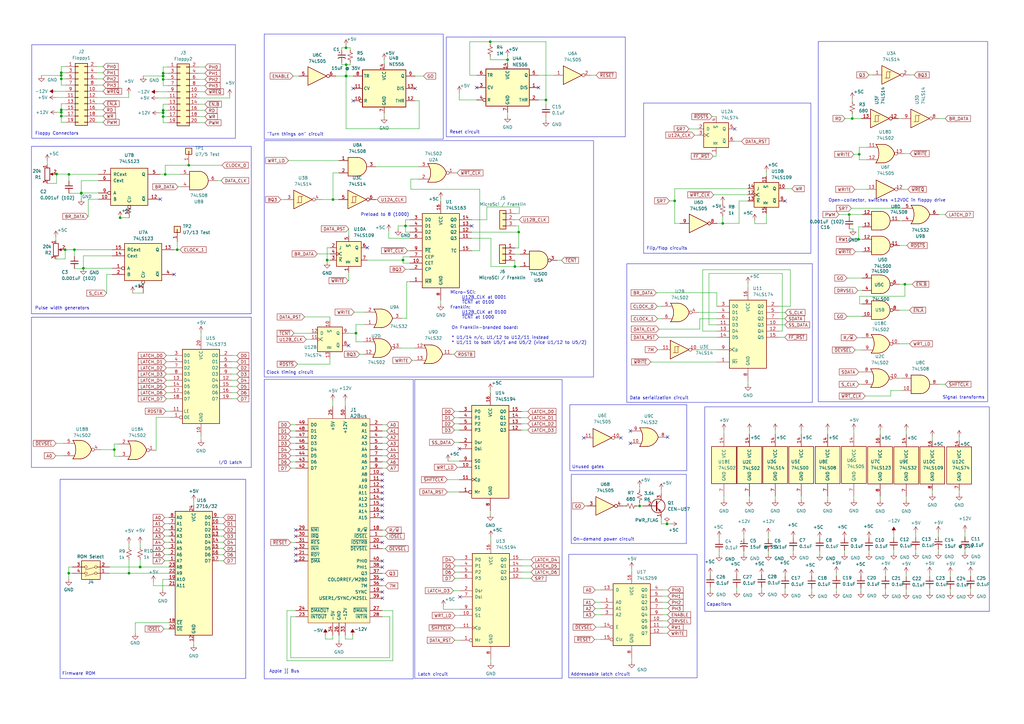
<source format=kicad_sch>
(kicad_sch (version 20230121) (generator eeschema)

  (uuid 56eaaa0c-e1fe-4237-9a20-09a5d3261c04)

  (paper "A3")

  (title_block
    (title "Micro-SCI Floppy Drive Controller")
    (date "2023-07-17")
    (rev "v0.2")
    (company "RyuCats")
  )

  

  (junction (at 352.3996 63.2968) (diameter 0) (color 0 0 0 0)
    (uuid 0eb7f77a-1691-46a5-beb9-708ba98faadf)
  )
  (junction (at 141.9606 31.1912) (diameter 0) (color 0 0 0 0)
    (uuid 13592c1d-8d3a-4a77-9349-f40d5d958c1c)
  )
  (junction (at 49.276 89.3064) (diameter 0) (color 0 0 0 0)
    (uuid 14d45346-d329-43a1-b9b8-64a35b0c2786)
  )
  (junction (at 25.1206 47.5996) (diameter 0) (color 0 0 0 0)
    (uuid 15f43f1c-accb-4895-805a-096f40d54a7a)
  )
  (junction (at 57.4802 232.5624) (diameter 0) (color 0 0 0 0)
    (uuid 227877cb-8d6b-42dd-9f7a-f23170c0b15d)
  )
  (junction (at 66.9036 46.2788) (diameter 0) (color 0 0 0 0)
    (uuid 227ba67b-bd2a-403b-9cca-ece13dfc9a29)
  )
  (junction (at 349.5548 48.6156) (diameter 0) (color 0 0 0 0)
    (uuid 22d6e3b8-95bd-43ec-9b4a-155fdcc0cc26)
  )
  (junction (at 262.3312 207.518) (diameter 0) (color 0 0 0 0)
    (uuid 23e17ec8-9479-4c85-9262-9a7a693e4f16)
  )
  (junction (at 66.9036 32.5628) (diameter 0) (color 0 0 0 0)
    (uuid 2668cc68-5cd8-4256-8d5f-46a4b9c3d00f)
  )
  (junction (at 23.1902 71.3994) (diameter 0) (color 0 0 0 0)
    (uuid 29ede8ec-7163-4f64-b12a-891361f6d83e)
  )
  (junction (at 141.9352 31.1912) (diameter 0) (color 0 0 0 0)
    (uuid 2ad1150c-6a6d-4f48-80de-136a5933bf00)
  )
  (junction (at 66.9036 45.2628) (diameter 0) (color 0 0 0 0)
    (uuid 3676ef53-63ee-4f61-b495-9fda43b885aa)
  )
  (junction (at 52.9082 235.1024) (diameter 0) (color 0 0 0 0)
    (uuid 4047e49c-241f-4070-8ebb-d2175194a5a3)
  )
  (junction (at 25.1206 45.0596) (diameter 0) (color 0 0 0 0)
    (uuid 40a6aa2a-e077-4ccc-98cc-345cab0b77dd)
  )
  (junction (at 25.1206 32.3596) (diameter 0) (color 0 0 0 0)
    (uuid 427efada-0d99-44ee-b65a-61a94a1ba131)
  )
  (junction (at 25.1206 46.0756) (diameter 0) (color 0 0 0 0)
    (uuid 44148518-9c6e-4761-89b6-5d970091b980)
  )
  (junction (at 66.9036 47.8028) (diameter 0) (color 0 0 0 0)
    (uuid 48719128-be50-41b3-839a-ab256d4cf8cc)
  )
  (junction (at 67.7672 71.5264) (diameter 0) (color 0 0 0 0)
    (uuid 5003d7e0-03d4-4a97-9867-30b08d65563e)
  )
  (junction (at 25.1206 29.8196) (diameter 0) (color 0 0 0 0)
    (uuid 5064e6d7-e5c5-4f08-9333-555f72eee4ee)
  )
  (junction (at 208.1784 24.4856) (diameter 0) (color 0 0 0 0)
    (uuid 52c27fbd-9fc4-4e48-90e6-38e3a0d82b5d)
  )
  (junction (at 77.4192 67.7672) (diameter 0) (color 0 0 0 0)
    (uuid 531f59de-cffa-4898-944c-2df625fa4f9d)
  )
  (junction (at 371.1448 116.586) (diameter 0) (color 0 0 0 0)
    (uuid 5481632d-fd31-48d1-9241-3db81d2839df)
  )
  (junction (at 166.3192 92.6592) (diameter 0) (color 0 0 0 0)
    (uuid 62ec17b1-65c1-4c8e-8373-71d96a4abc8f)
  )
  (junction (at 201.0664 17.1196) (diameter 0) (color 0 0 0 0)
    (uuid 68ac5519-04af-4e05-a4cf-db1e10ee5e75)
  )
  (junction (at 25.1206 30.9626) (diameter 0) (color 0 0 0 0)
    (uuid 6a049e7b-9826-405a-8ee8-2a6dd344f06c)
  )
  (junction (at 212.7504 95.1992) (diameter 0) (color 0 0 0 0)
    (uuid 76f27323-c1b6-4a00-a4f9-70e5b2fc6f64)
  )
  (junction (at 296.418 91.6432) (diameter 0) (color 0 0 0 0)
    (uuid 79353c67-35db-4fb8-abb6-9245fc42cbe6)
  )
  (junction (at 72.6948 102.4128) (diameter 0) (color 0 0 0 0)
    (uuid 7ce3703f-729a-4203-950c-652f669b6459)
  )
  (junction (at 26.7208 102.4128) (diameter 0) (color 0 0 0 0)
    (uuid 8333f7e2-3100-475c-84ac-bd4fd90e46a2)
  )
  (junction (at 141.9098 19.6088) (diameter 0) (color 0 0 0 0)
    (uuid 85293332-46cf-469f-9f14-444ea1474be8)
  )
  (junction (at 145.9992 136.652) (diameter 0) (color 0 0 0 0)
    (uuid 8a6f51da-dbd5-4499-9d4d-062cfa0c7452)
  )
  (junction (at 165.3032 106.68) (diameter 0) (color 0 0 0 0)
    (uuid 977745df-e2a3-4c8b-8cd8-4034ea36c9c3)
  )
  (junction (at 66.9036 30.0228) (diameter 0) (color 0 0 0 0)
    (uuid 9b875f30-8f9b-4b5b-b27e-88f17676d28e)
  )
  (junction (at 33.3502 79.1464) (diameter 0) (color 0 0 0 0)
    (uuid 9f9bb35f-05c9-4917-bf0a-74edb9b5decb)
  )
  (junction (at 352.1456 98.1456) (diameter 0) (color 0 0 0 0)
    (uuid ad2be07c-8a30-4aa7-a902-e507f61e2d74)
  )
  (junction (at 28.2702 71.5264) (diameter 0) (color 0 0 0 0)
    (uuid ad8a0025-e6c4-4a4a-96d1-a3bb46b52a4d)
  )
  (junction (at 134.1628 106.68) (diameter 0) (color 0 0 0 0)
    (uuid ae179397-46b0-4a33-ac43-4aafafbfe5b9)
  )
  (junction (at 273.558 214.884) (diameter 0) (color 0 0 0 0)
    (uuid b0f8be71-f714-4244-b97f-54dbc83dae95)
  )
  (junction (at 28.194 235.1024) (diameter 0) (color 0 0 0 0)
    (uuid b1859a5c-1e6b-49d8-81c4-6f093d35efed)
  )
  (junction (at 276.7076 82.3976) (diameter 0) (color 0 0 0 0)
    (uuid b4a3bb6a-530b-4020-a7aa-af7ad092ce73)
  )
  (junction (at 34.2138 110.0328) (diameter 0) (color 0 0 0 0)
    (uuid b56295da-b4a2-4945-9c4d-f118b61e7a62)
  )
  (junction (at 141.9606 26.5176) (diameter 0) (color 0 0 0 0)
    (uuid b69758b6-d427-4d1f-9770-f7c02da649a6)
  )
  (junction (at 46.8884 184.404) (diameter 0) (color 0 0 0 0)
    (uuid c4f9e4e2-930d-4690-8724-998bb53a0423)
  )
  (junction (at 348.2848 87.9856) (diameter 0) (color 0 0 0 0)
    (uuid c6e410d8-fbfc-44b4-bcd8-be6e4755ff5a)
  )
  (junction (at 211.1756 109.3216) (diameter 0) (color 0 0 0 0)
    (uuid e4552e4c-cca1-4eb3-a435-a3bdac03e800)
  )
  (junction (at 136.5758 81.8388) (diameter 0) (color 0 0 0 0)
    (uuid ed67b67e-a426-4e33-b6fc-58e6ea6d54f9)
  )
  (junction (at 30.5308 102.4128) (diameter 0) (color 0 0 0 0)
    (uuid f08fc34c-75fd-4391-ab9e-36ec8f420cd0)
  )
  (junction (at 33.3502 79.2734) (diameter 0) (color 0 0 0 0)
    (uuid f2487e48-6677-414e-8fde-0accde918ba7)
  )
  (junction (at 223.9264 40.9956) (diameter 0) (color 0 0 0 0)
    (uuid f58bedbe-f86d-4c34-b2d0-1df5e8ec9b59)
  )
  (junction (at 66.9036 31.1658) (diameter 0) (color 0 0 0 0)
    (uuid fd8434a6-ac94-4e1e-834a-b713ca90d0b1)
  )

  (no_connect (at 121.2596 219.9386) (uuid 00079c83-a711-4f95-8171-4707c1ffe4f2))
  (no_connect (at 188.4172 184.023) (uuid 0023254e-99a6-4e38-9aea-036adb434f94))
  (no_connect (at 254.6604 179.578) (uuid 09946f3d-95c5-4e83-bdee-666ac37263df))
  (no_connect (at 220.8784 35.9156) (uuid 0b4616bb-b68c-4768-b13c-bb3ab37b1241))
  (no_connect (at 156.8196 242.7986) (uuid 11d10470-6e67-4a4b-a7d4-b72ef4a9d1ca))
  (no_connect (at 142.9512 141.732) (uuid 2152bf48-a03d-4428-a1b1-5d9930c6322c))
  (no_connect (at 321.9704 82.4484) (uuid 2357aadf-b5b6-4a47-84a0-ec9270bf8db0))
  (no_connect (at 156.8196 202.1586) (uuid 2dd1b146-5821-42d2-b7b7-652f3d37495f))
  (no_connect (at 156.8196 232.6386) (uuid 3885ffd3-fd3b-4dba-b4f6-fb833d8d535c))
  (no_connect (at 121.2596 227.5586) (uuid 3bb3b145-9e54-4d85-a684-3f371eba77c4))
  (no_connect (at 121.2596 230.0986) (uuid 40c3baa7-d5b0-4c7e-89ad-714f7d1d467f))
  (no_connect (at 71.4248 112.5728) (uuid 46481c9d-3219-495e-99d8-4db677316f31))
  (no_connect (at 144.8562 41.3512) (uuid 4e90335f-0b5c-44b6-954e-50c9221d83fb))
  (no_connect (at 258.5466 181.8386) (uuid 55a97291-90c8-48d1-b85b-42536268fe43))
  (no_connect (at 156.8196 197.0786) (uuid 5a352595-70d1-4dc3-83fe-9cc43b2ea3b8))
  (no_connect (at 121.2596 217.3986) (uuid 5c47f2df-94cd-4506-8fb8-5fba0f3f15d4))
  (no_connect (at 301.3456 52.8828) (uuid 67e50e74-ce51-41c4-8715-55e602ab574f))
  (no_connect (at 156.8196 222.4786) (uuid 730a19e5-44b6-4b85-b39d-3319b8b30c0e))
  (no_connect (at 156.8196 209.7786) (uuid 745f3071-b71a-4126-8cfe-b28100f2c83d))
  (no_connect (at 150.6728 101.6) (uuid 7f69b8a6-fd8d-4ebf-9fac-fb9372e95fdf))
  (no_connect (at 156.8196 237.7186) (uuid 83fd2193-17e5-4a27-adca-61ac1df8125e))
  (no_connect (at 273.7866 179.2986) (uuid 878414e4-e89b-4b62-b96a-3a45817a5ccd))
  (no_connect (at 170.2562 36.2712) (uuid 8f8dedf8-ce30-4ef7-94e6-bf4dd6dfbe7d))
  (no_connect (at 156.8196 245.3386) (uuid 956a391a-da2c-4d12-905e-127887b4e204))
  (no_connect (at 121.2596 225.0186) (uuid af4080e4-3e4a-42fa-a388-9422b5495276))
  (no_connect (at 258.5466 176.7586) (uuid b084c7d8-103e-4844-afc5-634992033d4b))
  (no_connect (at 195.4784 35.9156) (uuid bb9f08b1-817c-4157-86a8-001ebeb5682d))
  (no_connect (at 156.8196 194.5386) (uuid bd9d7e14-21b3-4dcd-9f41-a79fe09ce87e))
  (no_connect (at 193.4972 92.6592) (uuid c0166046-6244-47a5-9534-d1f90d7e129b))
  (no_connect (at 156.8196 199.6186) (uuid c06ada5e-2a3b-4df5-9a4d-1d7db4b05dca))
  (no_connect (at 156.8196 207.2386) (uuid cfd67672-d5af-4a82-ac5e-032c54d5ca3f))
  (no_connect (at 239.4204 179.578) (uuid d9ee195d-667c-46b5-8c90-2d715e6afbee))
  (no_connect (at 156.8196 212.3186) (uuid dad0e8de-846b-4927-a07b-a135ef708439))
  (no_connect (at 156.8196 230.0986) (uuid e84d737c-cffc-4102-ae0c-16e7870ea92c))
  (no_connect (at 144.8562 36.2712) (uuid e85963b0-aca1-4e88-8dcc-ea6a2b30aa16))
  (no_connect (at 188.6204 244.8052) (uuid f56a3247-35bc-4734-a52e-0c4d8a7dd57a))
  (no_connect (at 156.8196 204.6986) (uuid f83a257c-1ff9-4bb7-ae91-0221c4808d11))
  (no_connect (at 65.7352 81.6864) (uuid fbba59ff-199c-431d-9558-e8c866b5ce8c))

  (wire (pts (xy 199.6948 84.8868) (xy 199.6948 90.1192))
    (stroke (width 0) (type default))
    (uuid 00574d2a-adbb-461e-bfab-c3030d96eb4f)
  )
  (wire (pts (xy 44.9072 232.5624) (xy 57.4802 232.5624))
    (stroke (width 0) (type default))
    (uuid 0069cff1-7758-4892-937b-381c82fabe50)
  )
  (wire (pts (xy 214.0204 229.5652) (xy 217.8304 229.5652))
    (stroke (width 0) (type default))
    (uuid 007e0ebe-d85a-4638-af77-d1a23acf3dd8)
  )
  (wire (pts (xy 193.4972 102.8192) (xy 196.7484 102.8192))
    (stroke (width 0) (type default))
    (uuid 00886f5c-4976-4610-9ff6-c8245aa5e3db)
  )
  (wire (pts (xy 270.1544 138.3284) (xy 294.0812 138.3284))
    (stroke (width 0) (type default))
    (uuid 00f4b3b9-78f1-4610-b5e0-84f3d25adcc5)
  )
  (wire (pts (xy 25.1206 32.3596) (xy 25.1206 34.8996))
    (stroke (width 0) (type default))
    (uuid 00f7c9a1-a7ec-475d-ae41-a3a9244fac3f)
  )
  (wire (pts (xy 188.3664 196.723) (xy 188.3664 196.6976))
    (stroke (width 0) (type default))
    (uuid 0109a42f-4b31-4ebe-876a-96b722593589)
  )
  (wire (pts (xy 171.9072 52.7812) (xy 171.9072 41.3512))
    (stroke (width 0) (type default))
    (uuid 01e83326-4e98-4d5f-82ec-8f0b7bea881a)
  )
  (wire (pts (xy 343.0524 241.2492) (xy 343.0524 242.7224))
    (stroke (width 0) (type default))
    (uuid 01f3822c-4244-4116-8ef1-0e8cbe65c471)
  )
  (wire (pts (xy 271.78 259.7404) (xy 273.7612 259.7404))
    (stroke (width 0) (type default))
    (uuid 039917d2-99a2-4522-8665-986db18d8e31)
  )
  (wire (pts (xy 328.6252 176.403) (xy 328.6252 178.054))
    (stroke (width 0) (type default))
    (uuid 040dbea4-9977-4a31-9393-13ea60b16445)
  )
  (wire (pts (xy 89.6112 219.8624) (xy 91.6432 219.8624))
    (stroke (width 0) (type default))
    (uuid 04752ae3-bfc2-458d-bdc8-afea6c7649ee)
  )
  (wire (pts (xy 314.3504 91.694) (xy 309.5244 91.694))
    (stroke (width 0) (type default))
    (uuid 04a6efa1-aa9e-4645-bd05-c8e4cdf162a6)
  )
  (wire (pts (xy 165.3032 105.3592) (xy 165.3032 106.68))
    (stroke (width 0) (type default))
    (uuid 04c4f103-cb52-4f78-8869-ddd422c5923e)
  )
  (wire (pts (xy 306.7812 156.1084) (xy 306.7812 157.6324))
    (stroke (width 0) (type default))
    (uuid 05420eaf-24bd-4d1e-99bf-3be6ddd68c66)
  )
  (wire (pts (xy 292.0746 47.8028) (xy 293.7256 47.8028))
    (stroke (width 0) (type default))
    (uuid 05c4193c-faca-4502-a4be-7633bebf234d)
  )
  (wire (pts (xy 271.78 254.6604) (xy 273.812 254.6604))
    (stroke (width 0) (type default))
    (uuid 05fc5cc0-bb44-4350-a781-560e0e3b4c4c)
  )
  (wire (pts (xy 117.7036 250.4186) (xy 117.7036 270.9926))
    (stroke (width 0) (type default))
    (uuid 06181ce3-b06b-4529-8cce-dd2810672270)
  )
  (wire (pts (xy 349.5548 46.6852) (xy 349.5548 48.6156))
    (stroke (width 0) (type default))
    (uuid 06218eff-932a-4ad7-ab6b-b89dec2588f6)
  )
  (wire (pts (xy 69.2912 224.9424) (xy 67.5132 224.9424))
    (stroke (width 0) (type default))
    (uuid 064b29a8-f9a3-4267-b587-373d5046518a)
  )
  (wire (pts (xy 214.376 176.3776) (xy 216.4842 176.3776))
    (stroke (width 0) (type default))
    (uuid 0656086a-1f5b-495e-8615-b7c40f0badad)
  )
  (wire (pts (xy 65.7352 71.5264) (xy 67.7672 71.5264))
    (stroke (width 0) (type default))
    (uuid 0658e204-d1d7-4688-850d-e45c9a506c98)
  )
  (wire (pts (xy 170.2562 31.1912) (xy 173.7106 31.1912))
    (stroke (width 0) (type default))
    (uuid 067721b1-e889-468c-8cef-c43830664980)
  )
  (wire (pts (xy 188.2648 168.7576) (xy 186.3852 168.7576))
    (stroke (width 0) (type default))
    (uuid 0754172d-7b54-485f-b2c6-89de78d13fc8)
  )
  (wire (pts (xy 22.9616 39.9796) (xy 27.0256 39.9796))
    (stroke (width 0) (type default))
    (uuid 07851094-48db-4000-b57f-0f0e1e1f126f)
  )
  (wire (pts (xy 363.1692 235.1024) (xy 363.1692 236.3216))
    (stroke (width 0) (type default))
    (uuid 07ce118a-36c3-4925-b88e-d82dc01ee467)
  )
  (wire (pts (xy 180.7972 81.4832) (xy 180.7972 82.4992))
    (stroke (width 0) (type default))
    (uuid 09aa1bf2-8a17-4f34-8d88-8b81ad5c5abb)
  )
  (wire (pts (xy 39.7256 45.0596) (xy 42.2656 45.0596))
    (stroke (width 0) (type default))
    (uuid 09c87717-7ef4-45f4-b64d-0750365e4a24)
  )
  (wire (pts (xy 68.2244 148.336) (xy 69.7484 148.336))
    (stroke (width 0) (type default))
    (uuid 0a0b1b1c-92a4-478c-aa5b-ee031bba2f03)
  )
  (wire (pts (xy 52.9082 235.1024) (xy 69.2912 235.1024))
    (stroke (width 0) (type default))
    (uuid 0b2ece80-3483-4240-b6c8-87d84edcd6a8)
  )
  (wire (pts (xy 68.2244 150.876) (xy 69.7484 150.876))
    (stroke (width 0) (type default))
    (uuid 0b68a056-85b6-48d1-a2cc-038c8a65659f)
  )
  (wire (pts (xy 66.7512 241.9096) (xy 66.7512 237.6424))
    (stroke (width 0) (type default))
    (uuid 0c0c9414-8569-47d0-9bbd-a5c6f7990176)
  )
  (wire (pts (xy 124.9172 129.9972) (xy 135.3312 129.9972))
    (stroke (width 0) (type default))
    (uuid 0c245cbd-de2b-42e4-ad95-41f85b657bc9)
  )
  (wire (pts (xy 352.3996 65.532) (xy 355.4476 65.532))
    (stroke (width 0) (type default))
    (uuid 0c490525-8dc8-42cf-8f5d-14c1f973c5bc)
  )
  (wire (pts (xy 27.0256 27.2796) (xy 25.1206 27.2796))
    (stroke (width 0) (type default))
    (uuid 0d15b18c-8f36-417c-8627-6d7fc247b2d0)
  )
  (wire (pts (xy 269.6972 130.7084) (xy 271.2212 130.7084))
    (stroke (width 0) (type default))
    (uuid 0d5c8966-853d-4aee-89ff-753b20ea3fd6)
  )
  (wire (pts (xy 25.1206 45.0596) (xy 27.0256 45.0596))
    (stroke (width 0) (type default))
    (uuid 0d838062-46de-45e9-bfdd-65e77dd8aee8)
  )
  (wire (pts (xy 67.9704 168.656) (xy 69.7484 168.656))
    (stroke (width 0) (type default))
    (uuid 0e12576a-5d20-430c-b87b-bc4facb73712)
  )
  (wire (pts (xy 350.2152 63.2968) (xy 352.3996 63.2968))
    (stroke (width 0) (type default))
    (uuid 0e4c835e-1a72-4fc8-beef-fd110906edea)
  )
  (wire (pts (xy 214.0204 232.1052) (xy 217.8304 232.1052))
    (stroke (width 0) (type default))
    (uuid 0f094e4b-acc5-4d61-81bb-2d09930a28bd)
  )
  (wire (pts (xy 262.3312 199.644) (xy 262.3312 201.041))
    (stroke (width 0) (type default))
    (uuid 10252dee-e0c1-46aa-b100-90f76de019ec)
  )
  (wire (pts (xy 159.8676 269.7226) (xy 159.8676 252.9586))
    (stroke (width 0) (type default))
    (uuid 103875b5-8d01-45bb-9766-b4bffd2a91ed)
  )
  (wire (pts (xy 171.6024 73.4568) (xy 168.5036 73.4568))
    (stroke (width 0) (type default))
    (uuid 1238dca2-75ce-456c-9355-6d2139e5e0aa)
  )
  (wire (pts (xy 269.5702 125.6284) (xy 271.2212 125.6284))
    (stroke (width 0) (type default))
    (uuid 124b9756-7dbf-43a0-80e7-a46f9a2b36c9)
  )
  (wire (pts (xy 214.376 176.403) (xy 214.376 176.3776))
    (stroke (width 0) (type default))
    (uuid 125e7f04-30f0-4f88-af7b-caf18148782b)
  )
  (wire (pts (xy 319.4812 125.6284) (xy 324.1802 125.6284))
    (stroke (width 0) (type default))
    (uuid 1356113a-513f-4af7-ba9a-3e0eb779f180)
  )
  (wire (pts (xy 244.348 257.2004) (xy 246.38 257.2004))
    (stroke (width 0) (type default))
    (uuid 13a98e74-3895-4860-ace8-42264bd188ca)
  )
  (wire (pts (xy 58.7756 31.1658) (xy 66.9036 31.1658))
    (stroke (width 0) (type default))
    (uuid 141295d1-b5fc-4f78-b6c6-4a5775b63835)
  )
  (wire (pts (xy 188.1124 176.403) (xy 188.1124 176.3776))
    (stroke (width 0) (type default))
    (uuid 14237b2d-35e0-4923-9a7b-d65817700424)
  )
  (wire (pts (xy 188.3664 196.6976) (xy 183.4642 196.6976))
    (stroke (width 0) (type default))
    (uuid 1568cca2-d9ad-41d0-b548-de2df5e16612)
  )
  (wire (pts (xy 368.8588 116.586) (xy 371.1448 116.586))
    (stroke (width 0) (type default))
    (uuid 15776cd5-5e30-4bf6-9cc4-824c5705194c)
  )
  (wire (pts (xy 72.6948 102.4128) (xy 73.8378 102.4128))
    (stroke (width 0) (type default))
    (uuid 161eeac9-3140-408f-bf18-bad1c281881f)
  )
  (wire (pts (xy 157.5562 46.4312) (xy 157.5562 47.9552))
    (stroke (width 0) (type default))
    (uuid 16728753-ca6c-4fe7-8178-d0982b6b4f17)
  )
  (wire (pts (xy 360.9848 203.5556) (xy 360.9848 205.0796))
    (stroke (width 0) (type default))
    (uuid 16755ab3-9878-498d-b781-70eb0a8321ce)
  )
  (wire (pts (xy 136.5758 70.9168) (xy 136.5758 81.8388))
    (stroke (width 0) (type default))
    (uuid 1675ca04-4c5f-4b67-bb62-04a02e0c8b69)
  )
  (wire (pts (xy 156.8196 179.2986) (xy 158.5976 179.2986))
    (stroke (width 0) (type default))
    (uuid 169e61eb-96e8-4c61-89f0-5030d1e7f392)
  )
  (wire (pts (xy 201.3712 109.3216) (xy 201.3712 97.7392))
    (stroke (width 0) (type default))
    (uuid 17d991fb-7651-4a3d-90b7-989e67fb6932)
  )
  (wire (pts (xy 315.1378 219.1766) (xy 315.1378 220.9546))
    (stroke (width 0) (type default))
    (uuid 1901c3db-6846-4baf-a944-eb37755bbafa)
  )
  (wire (pts (xy 25.1206 27.2796) (xy 25.1206 29.8196))
    (stroke (width 0) (type default))
    (uuid 19abd9cd-9670-4f1f-864f-883c3b0782ab)
  )
  (wire (pts (xy 286.4612 128.1684) (xy 294.0812 128.1684))
    (stroke (width 0) (type default))
    (uuid 1a8f27f6-8e7c-4479-9c29-473839a5673e)
  )
  (wire (pts (xy 140.1826 19.6088) (xy 141.9098 19.6088))
    (stroke (width 0) (type default))
    (uuid 1a9949f8-d6e1-44c2-8abb-f0e22252bdef)
  )
  (wire (pts (xy 193.4972 97.7392) (xy 201.3712 97.7392))
    (stroke (width 0) (type default))
    (uuid 1aa04cfe-8dfe-4531-80f7-9c39f6757763)
  )
  (wire (pts (xy 121.2596 186.9186) (xy 119.2276 186.9186))
    (stroke (width 0) (type default))
    (uuid 1af49ea9-2385-422c-915b-da380d233ae8)
  )
  (wire (pts (xy 344.1192 87.9856) (xy 348.2848 87.9856))
    (stroke (width 0) (type default))
    (uuid 1bdb14cd-6438-42dc-b5eb-9f1b82ac6ee8)
  )
  (wire (pts (xy 211.1756 104.2416) (xy 213.3092 104.2416))
    (stroke (width 0) (type default))
    (uuid 1bf36dd4-f692-415d-b903-22a2d1f06abb)
  )
  (wire (pts (xy 353.1108 241.2746) (xy 353.1108 242.57))
    (stroke (width 0) (type default))
    (uuid 1db73742-0af7-468d-8275-4f48b9889d17)
  )
  (wire (pts (xy 271.78 247.0404) (xy 273.939 247.0404))
    (stroke (width 0) (type default))
    (uuid 1df8e6c8-70be-4d44-9611-4958c61c9713)
  )
  (wire (pts (xy 69.2912 230.0224) (xy 67.5132 230.0224))
    (stroke (width 0) (type default))
    (uuid 1e42d8a7-e536-4d54-af0a-127f1462310f)
  )
  (wire (pts (xy 82.4484 178.816) (xy 82.4484 180.34))
    (stroke (width 0) (type default))
    (uuid 20d9c6c4-736f-4ad1-a5ed-f7de55b7f1d5)
  )
  (wire (pts (xy 208.1784 22.9616) (xy 208.1784 24.4856))
    (stroke (width 0) (type default))
    (uuid 213f6e22-e8c8-4492-a379-2322f30f3125)
  )
  (wire (pts (xy 90.678 74.0664) (xy 89.2048 74.0664))
    (stroke (width 0) (type default))
    (uuid 22081a94-28e3-4eac-a972-1e55a9b4b799)
  )
  (wire (pts (xy 302.2092 241.173) (xy 302.2092 242.3668))
    (stroke (width 0) (type default))
    (uuid 2208e5e4-3b49-4ffb-943b-72a998dbdc13)
  )
  (wire (pts (xy 332.9178 241.6302) (xy 332.9178 242.824))
    (stroke (width 0) (type default))
    (uuid 221ec62f-e07d-4cf7-8f6c-ee89f303129b)
  )
  (wire (pts (xy 186.5884 257.5052) (xy 188.6204 257.5052))
    (stroke (width 0) (type default))
    (uuid 22f92fd4-22c2-49c2-b68f-c98d01d59bb6)
  )
  (wire (pts (xy 133.4516 260.5786) (xy 133.4516 262.1026))
    (stroke (width 0) (type default))
    (uuid 234e4088-7b74-4b83-ac7a-d26a332b7728)
  )
  (wire (pts (xy 68.8086 42.7228) (xy 66.9036 42.7228))
    (stroke (width 0) (type default))
    (uuid 23a385f6-c567-4c32-b440-5de537d5d224)
  )
  (wire (pts (xy 25.1206 45.0596) (xy 25.1206 46.0756))
    (stroke (width 0) (type default))
    (uuid 24b5e0b4-6844-4584-9cc5-77dfd19e9a39)
  )
  (wire (pts (xy 165.3032 105.3592) (xy 168.0972 105.3592))
    (stroke (width 0) (type default))
    (uuid 252e28f1-2826-4f6b-b5a9-8bf0780e68d6)
  )
  (wire (pts (xy 266.9032 148.4376) (xy 267.0556 148.4376))
    (stroke (width 0) (type default))
    (uuid 260647dc-5c22-4300-8f41-c2a808039a1b)
  )
  (wire (pts (xy 244.094 252.1204) (xy 246.38 252.1204))
    (stroke (width 0) (type default))
    (uuid 26970cac-8593-4f8a-9df6-0c3172c51261)
  )
  (wire (pts (xy 188.1632 173.8376) (xy 186.3852 173.8376))
    (stroke (width 0) (type default))
    (uuid 26ddf6b2-550e-415c-8c7d-c6d7c0d5e523)
  )
  (wire (pts (xy 393.3952 179.0954) (xy 393.3952 180.7464))
    (stroke (width 0) (type default))
    (uuid 26e2c626-2054-4bf2-bc0f-17f2cb652a87)
  )
  (wire (pts (xy 350.8248 103.2256) (xy 353.6696 103.2256))
    (stroke (width 0) (type default))
    (uuid 27099863-8b7e-4f4e-9483-231766d037e6)
  )
  (wire (pts (xy 324.1802 110.6424) (xy 288.2392 110.6424))
    (stroke (width 0) (type default))
    (uuid 27b956ed-c09f-4b92-adbb-7df9d3bcc521)
  )
  (wire (pts (xy 188.214 171.2976) (xy 186.3852 171.2976))
    (stroke (width 0) (type default))
    (uuid 28d12758-ff2d-4dc4-9737-1eb7e05cd3dd)
  )
  (wire (pts (xy 142.9512 136.652) (xy 145.9992 136.652))
    (stroke (width 0) (type default))
    (uuid 291d89ff-3591-491a-bea1-d06156d7740c)
  )
  (wire (pts (xy 349.5548 48.6156) (xy 346.6084 48.6156))
    (stroke (width 0) (type default))
    (uuid 29968094-cb34-409f-889a-ef790877f393)
  )
  (wire (pts (xy 135.4328 101.6) (xy 134.1628 101.6))
    (stroke (width 0) (type default))
    (uuid 2acb5921-7af8-4f3f-ad29-3f90022b3486)
  )
  (wire (pts (xy 121.2596 222.4786) (xy 119.2276 222.4786))
    (stroke (width 0) (type default))
    (uuid 2b000f12-7837-4dbb-9b1f-5fedbdeacacc)
  )
  (wire (pts (xy 141.5796 262.1026) (xy 144.6276 262.1026))
    (stroke (width 0) (type default))
    (uuid 2b3e8503-775e-4be7-b759-0f65b7dd6fb9)
  )
  (wire (pts (xy 181.864 249.8852) (xy 188.6204 249.8852))
    (stroke (width 0) (type default))
    (uuid 2b771cda-6ef1-4228-a7b9-606d6089e450)
  )
  (wire (pts (xy 69.2912 214.7824) (xy 67.5132 214.7824))
    (stroke (width 0) (type default))
    (uuid 2b922a83-3308-4215-9822-51cefc25e060)
  )
  (wire (pts (xy 192.6844 30.8356) (xy 192.6844 17.1196))
    (stroke (width 0) (type default))
    (uuid 2bbb70e5-c86d-4125-b3fd-383eda8a636a)
  )
  (wire (pts (xy 145.9992 136.652) (xy 145.9992 140.208))
    (stroke (width 0) (type default))
    (uuid 2bd0af92-7508-40d7-8137-150efcf06ce9)
  )
  (wire (pts (xy 141.9352 31.1912) (xy 141.9352 52.7812))
    (stroke (width 0) (type default))
    (uuid 2c505973-1eb3-4942-becd-c975203b9252)
  )
  (wire (pts (xy 259.08 269.9004) (xy 259.08 271.4244))
    (stroke (width 0) (type default))
    (uuid 2ced7b97-65c3-40c2-855f-899ba28847a9)
  )
  (wire (pts (xy 25.1206 42.5196) (xy 25.1206 45.0596))
    (stroke (width 0) (type default))
    (uuid 2d971387-7e10-4b07-81d6-84dc00b9d4eb)
  )
  (wire (pts (xy 312.3438 240.7666) (xy 312.3438 240.6142))
    (stroke (width 0) (type default))
    (uuid 2eedb8ed-394a-4abd-b8c0-640c2b1adc79)
  )
  (wire (pts (xy 356.362 30.734) (xy 357.886 30.734))
    (stroke (width 0) (type default))
    (uuid 2f68bce5-d72c-4897-b6ff-95016d192940)
  )
  (wire (pts (xy 121.2596 184.3786) (xy 119.2276 184.3786))
    (stroke (width 0) (type default))
    (uuid 319b669a-6a92-4893-9b98-c408df234816)
  )
  (wire (pts (xy 79.4512 263.0424) (xy 79.4512 264.4394))
    (stroke (width 0) (type default))
    (uuid 33099e0a-fa78-4987-9d6f-e97f8bb30e04)
  )
  (wire (pts (xy 213.8172 176.403) (xy 214.376 176.403))
    (stroke (width 0) (type default))
    (uuid 330eb766-294c-41b5-8dbc-b9623757c888)
  )
  (wire (pts (xy 81.5086 35.1028) (xy 84.0486 35.1028))
    (stroke (width 0) (type default))
    (uuid 3321ca68-360f-43c2-96b3-e6b31e08b312)
  )
  (wire (pts (xy 39.7256 37.4396) (xy 42.2656 37.4396))
    (stroke (width 0) (type default))
    (uuid 33859ce5-cded-4922-abe0-c4afb5f18990)
  )
  (wire (pts (xy 145.9992 133.096) (xy 145.9992 136.652))
    (stroke (width 0) (type default))
    (uuid 33ca31fa-84e2-422e-88f1-847a5a145573)
  )
  (wire (pts (xy 244.094 249.5804) (xy 246.38 249.5804))
    (stroke (width 0) (type default))
    (uuid 33fcac58-8184-4d20-a1c4-284cdd66749e)
  )
  (wire (pts (xy 25.1206 29.8196) (xy 27.0256 29.8196))
    (stroke (width 0) (type default))
    (uuid 3417a8d8-27e7-4017-8c55-1a7645d76a1d)
  )
  (wire (pts (xy 64.7446 40.1828) (xy 68.8086 40.1828))
    (stroke (width 0) (type default))
    (uuid 348e1eab-d2c1-4b17-9096-fe568a6ea495)
  )
  (wire (pts (xy 271.78 244.5004) (xy 273.939 244.5004))
    (stroke (width 0) (type default))
    (uuid 34d43017-421d-4833-8ffd-032b2cb1a4d5)
  )
  (wire (pts (xy 33.3502 74.0664) (xy 33.3502 79.1464))
    (stroke (width 0) (type default))
    (uuid 3579f635-6354-42f8-a75c-3f1c4ddbabe0)
  )
  (wire (pts (xy 28.194 235.1024) (xy 29.6672 235.1024))
    (stroke (width 0) (type default))
    (uuid 35b32b23-24e6-4df4-9409-7e5e986bd414)
  )
  (wire (pts (xy 267.0556 148.4884) (xy 294.0812 148.4884))
    (stroke (width 0) (type default))
    (uuid 366e3e3b-16b9-4813-8093-b0a030f46916)
  )
  (wire (pts (xy 46.8884 187.198) (xy 48.6664 187.198))
    (stroke (width 0) (type default))
    (uuid 36dabc5e-7da5-44d2-9a3b-0b41b99f0479)
  )
  (wire (pts (xy 95.1484 161.036) (xy 97.1804 161.036))
    (stroke (width 0) (type default))
    (uuid 37a63329-bc53-4bc9-a3a4-1ec82f83cda1)
  )
  (wire (pts (xy 95.1484 148.336) (xy 97.1804 148.336))
    (stroke (width 0) (type default))
    (uuid 37f4e18f-a43e-4eb6-81b1-ce9b6990c4bc)
  )
  (wire (pts (xy 166.9288 115.5192) (xy 168.0972 115.5192))
    (stroke (width 0) (type default))
    (uuid 38817953-56b1-4e6d-9248-8bf813deacf0)
  )
  (wire (pts (xy 133.4516 262.1026) (xy 136.4996 262.1026))
    (stroke (width 0) (type default))
    (uuid 38891a5f-796b-4863-8641-e71ba85257a8)
  )
  (wire (pts (xy 356.4128 225.7552) (xy 356.4128 227.0506))
    (stroke (width 0) (type default))
    (uuid 38b47637-5050-47ac-af4f-98392006f2e2)
  )
  (wire (pts (xy 352.552 121.5136) (xy 352.552 124.6632))
    (stroke (width 0) (type default))
    (uuid 38bbb2ba-655f-4fc6-b64c-71279fa91587)
  )
  (wire (pts (xy 156.8196 189.4586) (xy 158.5976 189.4586))
    (stroke (width 0) (type default))
    (uuid 39057a9e-8840-42e9-83e6-4aff46397e01)
  )
  (wire (pts (xy 188.4172 168.783) (xy 188.2648 168.783))
    (stroke (width 0) (type default))
    (uuid 3967a7f7-9cae-4a03-ab22-fbf79e569eef)
  )
  (wire (pts (xy 139.0396 260.5786) (xy 139.0396 262.8646))
    (stroke (width 0) (type default))
    (uuid 39c95b3c-9153-493a-bf90-c97480710e15)
  )
  (wire (pts (xy 276.7076 77.3684) (xy 306.7304 77.3684))
    (stroke (width 0) (type default))
    (uuid 39cb24c1-da17-45ac-a22a-b2797c1ec8d6)
  )
  (wire (pts (xy 188.3664 196.723) (xy 188.4172 196.723))
    (stroke (width 0) (type default))
    (uuid 39e6851e-e98b-4b38-ac47-417d5a1b0d16)
  )
  (wire (pts (xy 41.3004 184.404) (xy 46.8884 184.404))
    (stroke (width 0) (type default))
    (uuid 3a9f8d25-150e-4f10-bfd9-b6eb1252dc52)
  )
  (wire (pts (xy 212.9536 84.8868) (xy 199.6948 84.8868))
    (stroke (width 0) (type default))
    (uuid 3b07724e-288b-47d2-842d-3bb7c521462f)
  )
  (wire (pts (xy 347.3704 129.7432) (xy 353.6188 129.7432))
    (stroke (width 0) (type default))
    (uuid 3b0854d9-c882-4656-b38a-d91434bdd4de)
  )
  (wire (pts (xy 156.8196 184.3786) (xy 158.5976 184.3786))
    (stroke (width 0) (type default))
    (uuid 3b1f80e4-9899-4eba-b63e-89ca6dbb1c37)
  )
  (wire (pts (xy 325.2978 225.8314) (xy 325.2978 227.0506))
    (stroke (width 0) (type default))
    (uuid 3b5fe685-44aa-435c-856c-b0131936263f)
  )
  (wire (pts (xy 156.8196 240.2586) (xy 158.0896 240.2586))
    (stroke (width 0) (type default))
    (uuid 3b8dae4d-f4bc-4417-a381-a0888263da7b)
  )
  (wire (pts (xy 81.5086 45.2628) (xy 84.0486 45.2628))
    (stroke (width 0) (type default))
    (uuid 3c53083b-e778-489a-8a5a-3aef58728150)
  )
  (wire (pts (xy 271.78 257.2004) (xy 273.812 257.2004))
    (stroke (width 0) (type default))
    (uuid 3d31a697-51de-4e0a-a36c-b8e16bc1a8d7)
  )
  (wire (pts (xy 55.5244 255.4224) (xy 55.5244 255.4732))
    (stroke (width 0) (type default))
    (uuid 3d3fab1e-b37f-4852-bd25-3f861271cbb9)
  )
  (wire (pts (xy 259.08 233.1974) (xy 259.08 234.3404))
    (stroke (width 0) (type default))
    (uuid 3d43c4df-5732-4c74-b1d1-0e5d80941e7a)
  )
  (wire (pts (xy 141.9352 52.7812) (xy 171.9072 52.7812))
    (stroke (width 0) (type default))
    (uuid 3dda110d-7a2a-4c29-aebd-62a4e68366d0)
  )
  (wire (pts (xy 214.0204 234.6452) (xy 217.8304 234.6452))
    (stroke (width 0) (type default))
    (uuid 3f5f71cf-4671-493f-adfd-29d112b44546)
  )
  (wire (pts (xy 296.418 88.646) (xy 296.418 91.6432))
    (stroke (width 0) (type default))
    (uuid 4099f960-bb91-49e1-bf30-9ce4f3907b58)
  )
  (wire (pts (xy 220.8784 40.9956) (xy 223.9264 40.9956))
    (stroke (width 0) (type default))
    (uuid 41a9a39b-2cbb-44f0-80fa-514630e8dc44)
  )
  (wire (pts (xy 188.6204 237.1852) (xy 186.5884 237.1852))
    (stroke (width 0) (type default))
    (uuid 42272146-16b6-4961-b697-8d8f07fcfca2)
  )
  (wire (pts (xy 69.2912 219.8624) (xy 67.5132 219.8624))
    (stroke (width 0) (type default))
    (uuid 423ac83c-2820-4103-b475-46dbb6c3c019)
  )
  (wire (pts (xy 188.3156 201.7776) (xy 183.4642 201.7776))
    (stroke (width 0) (type default))
    (uuid 4260c575-11f9-4ef1-ad5f-cbee43830f9b)
  )
  (wire (pts (xy 154.178 68.3768) (xy 171.6024 68.3768))
    (stroke (width 0) (type default))
    (uuid 433226a3-aef3-4bef-9e83-7e8e6566a820)
  )
  (wire (pts (xy 95.1484 150.876) (xy 97.1804 150.876))
    (stroke (width 0) (type default))
    (uuid 4386ef56-a88d-4d19-8f54-59ec26d88a07)
  )
  (wire (pts (xy 303.1236 82.4484) (xy 306.7304 82.4484))
    (stroke (width 0) (type default))
    (uuid 44999f12-341c-4217-a46e-dfd61699ebac)
  )
  (wire (pts (xy 69.2912 222.4024) (xy 67.5132 222.4024))
    (stroke (width 0) (type default))
    (uuid 4566a2a0-6592-4246-b2d5-7715d2ce6563)
  )
  (wire (pts (xy 273.558 214.884) (xy 271.2212 214.884))
    (stroke (width 0) (type default))
    (uuid 45a47d51-b855-4423-bb51-458cfe753fb6)
  )
  (wire (pts (xy 154.1272 81.8388) (xy 154.686 81.8388))
    (stroke (width 0) (type default))
    (uuid 45fefb57-e01b-4797-b7a4-e56e0b2a70bb)
  )
  (wire (pts (xy 52.9082 222.9104) (xy 52.9082 224.4344))
    (stroke (width 0) (type default))
    (uuid 46ab67f8-f711-4e63-a219-1709c00c7dcd)
  )
  (wire (pts (xy 22.9108 97.282) (xy 22.9108 98.6028))
    (stroke (width 0) (type default))
    (uuid 47e81150-f847-4373-94c8-74272ed0d6b8)
  )
  (wire (pts (xy 213.8172 173.863) (xy 214.3252 173.863))
    (stroke (width 0) (type default))
    (uuid 48d9f184-31bd-403f-812a-b8925b43f59d)
  )
  (wire (pts (xy 208.1784 24.4856) (xy 208.1784 25.7556))
    (stroke (width 0) (type default))
    (uuid 48f198fa-4e7c-4caa-a879-e9922c229418)
  )
  (wire (pts (xy 156.8196 219.9386) (xy 158.0896 219.9386))
    (stroke (width 0) (type default))
    (uuid 4907fd95-2adc-4178-91f0-5e7ab6a8d462)
  )
  (wire (pts (xy 89.6112 222.4024) (xy 91.6432 222.4024))
    (stroke (width 0) (type default))
    (uuid 4981531b-a445-425a-985c-35b8db68489f)
  )
  (wire (pts (xy 141.9352 31.1912) (xy 141.9606 31.1912))
    (stroke (width 0) (type default))
    (uuid 49a241a9-90c2-4b7a-bedd-d204d312788e)
  )
  (wire (pts (xy 166.8272 115.57) (xy 166.9288 115.57))
    (stroke (width 0) (type default))
    (uuid 49cc91fd-dd84-4fc1-9692-8fb5e34396a5)
  )
  (wire (pts (xy 43.7388 120.2436) (xy 43.7896 120.2436))
    (stroke (width 0) (type default))
    (uuid 49f73d90-a4b4-4984-9ada-872de592c31d)
  )
  (wire (pts (xy 166.3192 95.1992) (xy 168.0972 95.1992))
    (stroke (width 0) (type default))
    (uuid 49fdc7cd-5779-4afe-82e8-1924159c0fb2)
  )
  (wire (pts (xy 306.7812 116.2304) (xy 306.7812 118.0084))
    (stroke (width 0) (type default))
    (uuid 4a0e8f76-ca6e-4721-992e-d4d4f847c5fd)
  )
  (wire (pts (xy 239.8776 207.518) (xy 240.5888 207.518))
    (stroke (width 0) (type default))
    (uuid 4a2acf95-6f7d-4425-a23c-0cb7cb65edd5)
  )
  (wire (pts (xy 140.1826 26.5176) (xy 141.9606 26.5176))
    (stroke (width 0) (type default))
    (uuid 4a6bcec2-0cdb-4f58-930e-63f866cb2527)
  )
  (wire (pts (xy 135.3312 129.9972) (xy 135.3312 131.572))
    (stroke (width 0) (type default))
    (uuid 4a8387e4-c19b-44cc-9feb-8ae263107b2f)
  )
  (wire (pts (xy 27.0256 42.5196) (xy 25.1206 42.5196))
    (stroke (width 0) (type default))
    (uuid 4af229f5-987e-4c55-9490-6faecb3c88dd)
  )
  (wire (pts (xy 294.0812 133.2484) (xy 290.7792 133.2484))
    (stroke (width 0) (type default))
    (uuid 4b3e831f-a122-4475-bcb9-8db61283b7fb)
  )
  (wire (pts (xy 375.5898 225.3996) (xy 375.5898 226.6696))
    (stroke (width 0) (type default))
    (uuid 4b422eec-f9ee-4120-8d22-d5d00ab5f408)
  )
  (wire (pts (xy 276.7076 91.6432) (xy 276.7076 82.3976))
    (stroke (width 0) (type default))
    (uuid 4c87f223-dc35-4b7b-9e2f-17fe38a876c1)
  )
  (wire (pts (xy 23.2156 71.4248) (xy 23.1648 71.4248))
    (stroke (width 0) (type default))
    (uuid 4c8f8603-2af7-4091-911b-bc7110ad9154)
  )
  (wire (pts (xy 188.3156 201.803) (xy 188.3156 201.7776))
    (stroke (width 0) (type default))
    (uuid 4ca7ba50-1b86-4d8e-ae73-33f61bbbc22b)
  )
  (wire (pts (xy 67.7672 67.7672) (xy 67.7672 71.5264))
    (stroke (width 0) (type default))
    (uuid 4ceffd38-2de5-46a5-a0f7-e842ec3cae1d)
  )
  (wire (pts (xy 156.8196 217.3986) (xy 158.0896 217.3986))
    (stroke (width 0) (type default))
    (uuid 4dc6859c-4634-4b4e-8fad-c1355a95536a)
  )
  (wire (pts (xy 317.9572 176.403) (xy 317.9572 178.054))
    (stroke (width 0) (type default))
    (uuid 4dce062f-fe9c-45ba-bf07-19e677fc1793)
  )
  (wire (pts (xy 385.1148 157.6324) (xy 387.6548 157.6324))
    (stroke (width 0) (type default))
    (uuid 4dde7aee-c1c9-4f18-8bfc-1b6958c65307)
  )
  (wire (pts (xy 81.5086 40.1828) (xy 94.234 40.1828))
    (stroke (width 0) (type default))
    (uuid 4dffd22e-b19b-47f3-854b-ff138b1e6189)
  )
  (wire (pts (xy 63.9064 184.658) (xy 64.0334 184.658))
    (stroke (width 0) (type default))
    (uuid 4fc3c75b-2b15-47d6-9f44-3c0048d976f1)
  )
  (wire (pts (xy 68.2244 161.036) (xy 69.7484 161.036))
    (stroke (width 0) (type default))
    (uuid 4fc5ae12-b524-423e-a64b-06c7f1a248a6)
  )
  (wire (pts (xy 269.6972 143.4084) (xy 271.0942 143.4084))
    (stroke (width 0) (type default))
    (uuid 503cfeda-3806-406b-97d7-dfb204b10ed8)
  )
  (wire (pts (xy 166.2176 110.4392) (xy 168.0972 110.4392))
    (stroke (width 0) (type default))
    (uuid 503d515e-d298-49b3-9128-617c3ddc37ee)
  )
  (wire (pts (xy 28.194 237.5408) (xy 28.194 235.1024))
    (stroke (width 0) (type default))
    (uuid 51074ef0-0c5d-4d62-b757-e05b5bb9b7dd)
  )
  (wire (pts (xy 28.194 235.1024) (xy 28.194 232.5624))
    (stroke (width 0) (type default))
    (uuid 5150a3ea-ce3f-456e-b571-39cc2c602898)
  )
  (wire (pts (xy 214.2236 168.783) (xy 214.2236 168.7576))
    (stroke (width 0) (type default))
    (uuid 5151ee5e-a27f-4647-8844-e7d15f1ade8d)
  )
  (wire (pts (xy 66.9036 32.5628) (xy 68.8086 32.5628))
    (stroke (width 0) (type default))
    (uuid 51d485f7-bfd6-4fd6-8acc-f0dfff888b18)
  )
  (wire (pts (xy 166.7764 130.556) (xy 164.7952 130.556))
    (stroke (width 0) (type default))
    (uuid 51f46faa-d72c-4e35-bc56-5e81ffa15070)
  )
  (wire (pts (xy 69.2912 255.4224) (xy 55.5244 255.4224))
    (stroke (width 0) (type default))
    (uuid 523202d4-2946-4bb5-908b-af87af37ffd7)
  )
  (wire (pts (xy 91.0844 67.7672) (xy 77.4192 67.7672))
    (stroke (width 0) (type default))
    (uuid 52a60d08-2dbf-4619-8a92-9b2345afb6d0)
  )
  (wire (pts (xy 156.8196 191.9986) (xy 158.5976 191.9986))
    (stroke (width 0) (type default))
    (uuid 5416c4df-ea7a-4661-b447-aa109c05d071)
  )
  (wire (pts (xy 65.1256 46.2788) (xy 66.9036 46.2788))
    (stroke (width 0) (type default))
    (uuid 5491647b-0b85-416f-93e0-6c1f9368cd13)
  )
  (wire (pts (xy 23.1648 71.3994) (xy 23.1902 71.3994))
    (stroke (width 0) (type default))
    (uuid 5491fb1e-350e-4e2f-9d5c-f47ad0356699)
  )
  (wire (pts (xy 26.7208 102.4128) (xy 30.5308 102.4128))
    (stroke (width 0) (type default))
    (uuid 55118ca5-8baa-4b75-96a8-00122cf2edf0)
  )
  (wire (pts (xy 34.2138 110.1598) (xy 34.2138 110.0328))
    (stroke (width 0) (type default))
    (uuid 556b4a53-b62f-4252-96c9-9ca89fdc3d20)
  )
  (wire (pts (xy 349.1992 85.4456) (xy 369.8748 85.4456))
    (stroke (width 0) (type default))
    (uuid 55d3f1c2-e517-4981-b285-9922f65640fa)
  )
  (wire (pts (xy 89.6112 227.4824) (xy 91.6432 227.4824))
    (stroke (width 0) (type default))
    (uuid 5648e0ad-7908-45e0-aea0-ff9d8423af02)
  )
  (wire (pts (xy 28.2702 71.3994) (xy 28.2702 71.5264))
    (stroke (width 0) (type default))
    (uuid 5658af5f-d1cd-4663-a1fe-ed5c88f13f38)
  )
  (wire (pts (xy 375.5898 218.5416) (xy 375.5898 220.3196))
    (stroke (width 0) (type default))
    (uuid 56948bf0-737c-45db-941e-683353cd28b0)
  )
  (wire (pts (xy 143.637 26.5176) (xy 143.637 25.6032))
    (stroke (width 0) (type default))
    (uuid 56bb9998-61ef-4e71-a674-95362aced7e1)
  )
  (wire (pts (xy 188.6204 229.5652) (xy 186.5884 229.5652))
    (stroke (width 0) (type default))
    (uuid 56f30c88-ac25-4f56-aaeb-5771d64dd65b)
  )
  (wire (pts (xy 296.418 83.2612) (xy 296.418 83.566))
    (stroke (width 0) (type default))
    (uuid 5766c08c-fa98-4ffa-bbe8-9414ae131a19)
  )
  (wire (pts (xy 350.6216 77.6732) (xy 355.5492 77.6732))
    (stroke (width 0) (type default))
    (uuid 57ac7607-ea2f-40e2-b641-ca4514d3457f)
  )
  (wire (pts (xy 62.9412 238.6584) (xy 62.9412 240.1824))
    (stroke (width 0) (type default))
    (uuid 57b03b87-e2af-4532-b248-556742f50a61)
  )
  (wire (pts (xy 201.3204 270.2052) (xy 201.3204 271.7292))
    (stroke (width 0) (type default))
    (uuid 58caff2d-1d3d-491d-b34e-72cc4f061328)
  )
  (wire (pts (xy 77.4192 67.1068) (xy 77.4192 67.7672))
    (stroke (width 0) (type default))
    (uuid 58e16511-32bc-462d-b687-6385153f3928)
  )
  (wire (pts (xy 223.9264 48.006) (xy 223.9264 49.276))
    (stroke (width 0) (type default))
    (uuid 59bfd61c-8225-4dd8-ad12-5afe7437b3ff)
  )
  (wire (pts (xy 135.3312 149.352) (xy 135.3312 146.812))
    (stroke (width 0) (type default))
    (uuid 5a227e02-fa3c-40d9-a14d-aaff9005e21f)
  )
  (wire (pts (xy 339.4456 203.454) (xy 339.4456 204.978))
    (stroke (width 0) (type default))
    (uuid 5a57304e-934c-4656-9795-a2a8b4a6cf7d)
  )
  (wire (pts (xy 166.3192 92.6592) (xy 166.3192 95.1992))
    (stroke (width 0) (type default))
    (uuid 5a8d9d77-6aca-49ad-b8b1-3977554b3938)
  )
  (wire (pts (xy 223.9264 40.9956) (xy 223.9264 42.926))
    (stroke (width 0) (type default))
    (uuid 5a93a4ea-562e-44c5-b905-3cca52468a57)
  )
  (wire (pts (xy 165.3032 107.8992) (xy 168.0972 107.8992))
    (stroke (width 0) (type default))
    (uuid 5a9c97a0-d3d2-47d7-898f-6943d1784de3)
  )
  (wire (pts (xy 352.1456 98.1456) (xy 353.6696 98.1456))
    (stroke (width 0) (type default))
    (uuid 5ba471de-1093-4326-92c0-2723a5375b7c)
  )
  (wire (pts (xy 69.2912 232.5624) (xy 57.4802 232.5624))
    (stroke (width 0) (type default))
    (uuid 5bb4bce1-7781-49b0-a2e5-2ff3fda530cc)
  )
  (wire (pts (xy 23.1902 71.3994) (xy 28.2702 71.3994))
    (stroke (width 0) (type default))
    (uuid 5bc08166-176c-4bc0-a744-129bef0b5a09)
  )
  (wire (pts (xy 117.7036 270.9926) (xy 161.1376 270.9926))
    (stroke (width 0) (type default))
    (uuid 5d20f513-96f3-45e6-8e6f-df8ab9df89d5)
  )
  (wire (pts (xy 25.1206 34.8996) (xy 27.0256 34.8996))
    (stroke (width 0) (type default))
    (uuid 5d27cbd1-0833-4211-8852-53f61dfeee2f)
  )
  (wire (pts (xy 271.2212 214.884) (xy 271.2212 212.598))
    (stroke (width 0) (type default))
    (uuid 5e0fc28b-2322-45f8-ac8b-3f81af2ed0b1)
  )
  (wire (pts (xy 211.1756 109.3216) (xy 201.3712 109.3216))
    (stroke (width 0) (type default))
    (uuid 5e87eaba-075b-4738-8ff1-ee1157d6e755)
  )
  (wire (pts (xy 389.7884 235.2548) (xy 389.7884 236.474))
    (stroke (width 0) (type default))
    (uuid 5ed99e93-fc3a-40e2-ab16-360bfc103de8)
  )
  (wire (pts (xy 365.3028 160.1724) (xy 369.8748 160.1724))
    (stroke (width 0) (type default))
    (uuid 5f0383a7-215e-4f03-85c0-68d3049b999d)
  )
  (wire (pts (xy 346.3544 225.7044) (xy 346.3544 225.552))
    (stroke (width 0) (type default))
    (uuid 5f0f161d-83dc-42ac-b427-ad2e77af7ede)
  )
  (wire (pts (xy 30.5308 110.1598) (xy 34.2138 110.1598))
    (stroke (width 0) (type default))
    (uuid 5fb15627-80e5-473b-beed-b3c3677fed7c)
  )
  (wire (pts (xy 150.6728 106.68) (xy 165.3032 106.68))
    (stroke (width 0) (type default))
    (uuid 6027640f-37e0-42d7-bf20-38ff168b7741)
  )
  (wire (pts (xy 188.4172 173.863) (xy 188.1632 173.863))
    (stroke (width 0) (type default))
    (uuid 605720ed-af1b-4dfc-a387-9deda0016788)
  )
  (wire (pts (xy 136.4996 164.3126) (xy 136.4996 166.5986))
    (stroke (width 0) (type default))
    (uuid 605c18e9-0ab9-4d66-88fd-46675570926a)
  )
  (wire (pts (xy 79.4512 205.5114) (xy 79.4512 207.1624))
    (stroke (width 0) (type default))
    (uuid 60871891-2df0-49f7-be1f-edc791cc21ca)
  )
  (wire (pts (xy 322.0212 235.9914) (xy 322.0212 236.2454))
    (stroke (width 0) (type default))
    (uuid 620a2071-f96f-44f6-b799-8bab4738139d)
  )
  (wire (pts (xy 89.6112 212.2424) (xy 91.6432 212.2424))
    (stroke (width 0) (type default))
    (uuid 624fcb26-8478-4879-b948-381a3add81e3)
  )
  (wire (pts (xy 319.4812 128.1684) (xy 322.0212 128.1684))
    (stroke (width 0) (type default))
    (uuid 62dda6bf-06ac-4807-aa1f-d13c2009baa1)
  )
  (wire (pts (xy 288.2392 110.6424) (xy 288.2392 135.7884))
    (stroke (width 0) (type default))
    (uuid 63057f4f-4e69-4e43-9e92-bd81ee732720)
  )
  (wire (pts (xy 33.3502 79.1464) (xy 40.3352 79.1464))
    (stroke (width 0) (type default))
    (uuid 6321416b-30b3-4b93-80cc-2411b8f9b33f)
  )
  (wire (pts (xy 188.0616 181.483) (xy 188.0616 181.4576))
    (stroke (width 0) (type default))
    (uuid 6323875b-d635-4373-85e7-d8dcb2a61c35)
  )
  (wire (pts (xy 201.0664 24.4856) (xy 208.1784 24.4856))
    (stroke (width 0) (type default))
    (uuid 633ec72a-454b-4d3b-af89-ad2036b4d8a4)
  )
  (wire (pts (xy 291.3126 235.5342) (xy 291.3126 235.7882))
    (stroke (width 0) (type default))
    (uuid 636833da-256c-4ccc-9043-65f93fe2d994)
  )
  (wire (pts (xy 332.8924 241.6302) (xy 332.9178 241.6302))
    (stroke (width 0) (type default))
    (uuid 638a4a5f-51d9-4802-adcb-4fbf5c55cf5c)
  )
  (wire (pts (xy 352.3996 60.452) (xy 355.4476 60.452))
    (stroke (width 0) (type default))
    (uuid 63959264-16ee-4962-ad4c-eafca22a7c90)
  )
  (wire (pts (xy 187.5536 191.643) (xy 188.4172 191.643))
    (stroke (width 0) (type default))
    (uuid 63e18da4-8347-42b2-bd70-13cde09d2d3a)
  )
  (wire (pts (xy 228.5492 106.7816) (xy 230.3272 106.7816))
    (stroke (width 0) (type default))
    (uuid 64a58eeb-d4ee-410c-8ff3-2a88fbb9cb05)
  )
  (wire (pts (xy 134.1628 101.6) (xy 134.1628 106.68))
    (stroke (width 0) (type default))
    (uuid 64af0dbc-1b39-4f10-a8f3-e307cff166e4)
  )
  (wire (pts (xy 188.6204 232.1052) (xy 186.5884 232.1052))
    (stroke (width 0) (type default))
    (uuid 6546e8b9-070e-4734-af73-74371519eb4f)
  )
  (wire (pts (xy 201.0664 17.1196) (xy 201.0664 18.1356))
    (stroke (width 0) (type default))
    (uuid 65726ef2-7724-4050-a8f1-a0d6b0b1f389)
  )
  (wire (pts (xy 212.7504 95.1992) (xy 212.7504 101.7016))
    (stroke (width 0) (type default))
    (uuid 658a61c5-4d22-48b5-955c-1c092cd87e9f)
  )
  (wire (pts (xy 201.3204 220.2688) (xy 201.3204 221.9452))
    (stroke (width 0) (type default))
    (uuid 6606898b-f154-4605-9ad4-74e8d26a44d2)
  )
  (wire (pts (xy 119.2276 269.7226) (xy 159.8676 269.7226))
    (stroke (width 0) (type default))
    (uuid 662978bf-e6e8-4b6b-b7a4-8884a09091f4)
  )
  (wire (pts (xy 352.3488 157.6324) (xy 353.2886 157.6324))
    (stroke (width 0) (type default))
    (uuid 66946c96-058e-4f2f-a437-cc7b6e228f96)
  )
  (wire (pts (xy 213.8172 168.783) (xy 214.2236 168.783))
    (stroke (width 0) (type default))
    (uuid 66f062fa-e1d0-43e7-9013-bc3b428019b1)
  )
  (wire (pts (xy 143.0528 111.76) (xy 143.0528 115.1128))
    (stroke (width 0) (type default))
    (uuid 670e178b-6366-4afa-bd53-5aaa898f7e46)
  )
  (wire (pts (xy 370.6876 62.992) (xy 373.2276 62.992))
    (stroke (width 0) (type default))
    (uuid 6777b30f-0ff3-4c9e-b6a6-05446795408c)
  )
  (wire (pts (xy 134.1628 106.68) (xy 135.4328 106.68))
    (stroke (width 0) (type default))
    (uuid 67859678-f733-4bce-81e0-d25b8ccd0268)
  )
  (wire (pts (xy 291.2872 240.8936) (xy 291.2872 242.1128))
    (stroke (width 0) (type default))
    (uuid 67cf0f83-f234-49fa-b7e0-42d089a55acc)
  )
  (wire (pts (x
... [375994 chars truncated]
</source>
